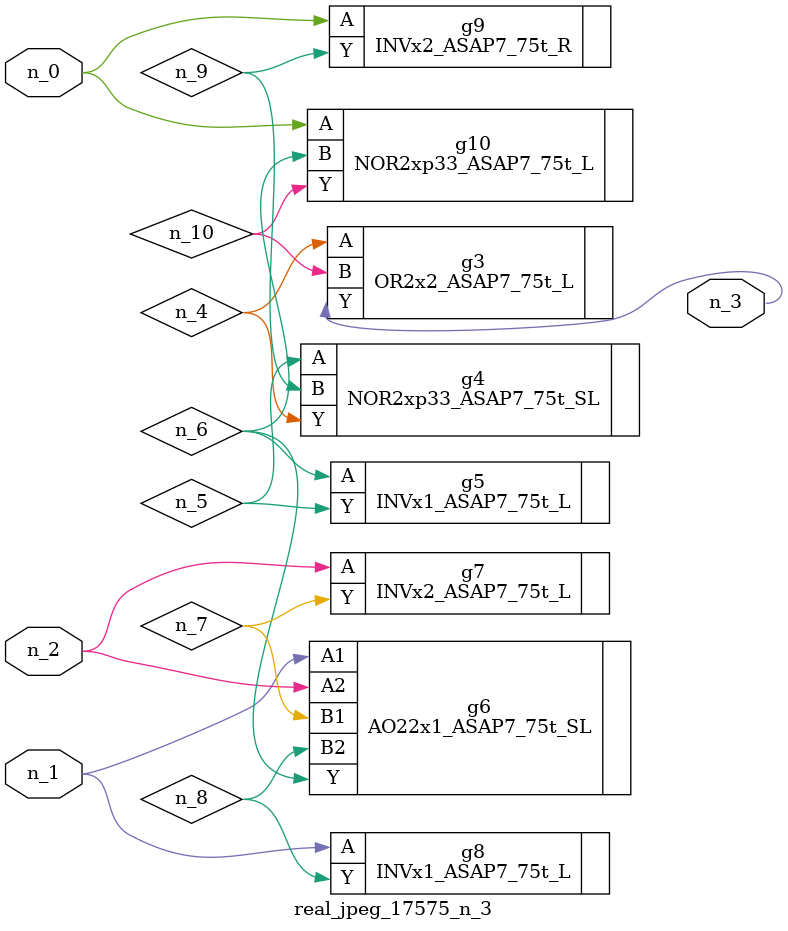
<source format=v>
module real_jpeg_17575_n_3 (n_1, n_0, n_2, n_3);

input n_1;
input n_0;
input n_2;

output n_3;

wire n_5;
wire n_8;
wire n_4;
wire n_6;
wire n_7;
wire n_10;
wire n_9;

INVx2_ASAP7_75t_R g9 ( 
.A(n_0),
.Y(n_9)
);

NOR2xp33_ASAP7_75t_L g10 ( 
.A(n_0),
.B(n_6),
.Y(n_10)
);

AO22x1_ASAP7_75t_SL g6 ( 
.A1(n_1),
.A2(n_2),
.B1(n_7),
.B2(n_8),
.Y(n_6)
);

INVx1_ASAP7_75t_L g8 ( 
.A(n_1),
.Y(n_8)
);

INVx2_ASAP7_75t_L g7 ( 
.A(n_2),
.Y(n_7)
);

OR2x2_ASAP7_75t_L g3 ( 
.A(n_4),
.B(n_10),
.Y(n_3)
);

NOR2xp33_ASAP7_75t_SL g4 ( 
.A(n_5),
.B(n_9),
.Y(n_4)
);

INVx1_ASAP7_75t_L g5 ( 
.A(n_6),
.Y(n_5)
);


endmodule
</source>
